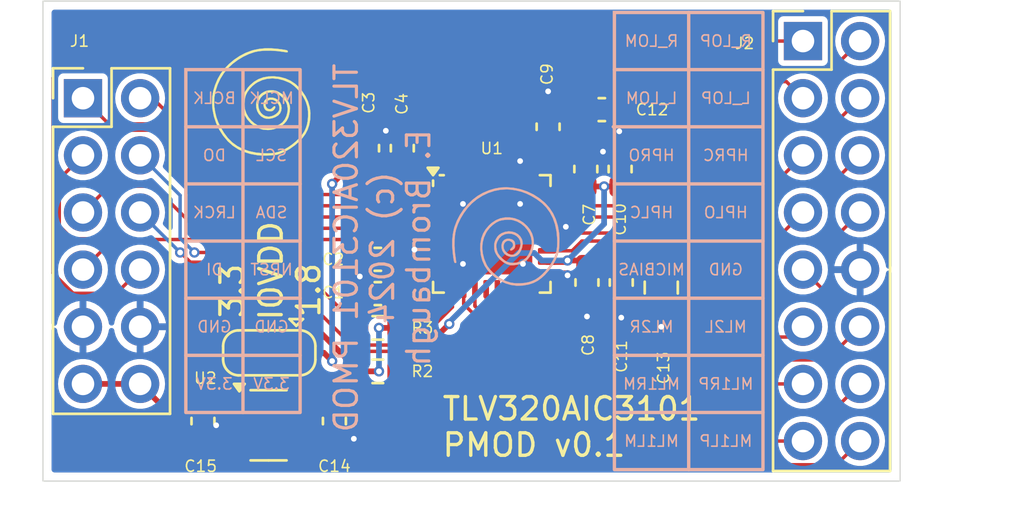
<source format=kicad_pcb>
(kicad_pcb (version 20240108) (generator "pcbnew") (generator_version "8.0")
  (layers (0 "F.Cu" signal) (31 "B.Cu" signal) (34 "B.Paste" user) (35 "F.Paste" user) (36 "B.SilkS" user "B.Silkscreen") (37 "F.SilkS" user "F.Silkscreen") (38 "B.Mask" user) (39 "F.Mask" user) (44 "Edge.Cuts" user))
  (net 0 "")
  (net 1 "GND")
  (net 2 "+1V8")
  (net 3 "+3V3")
  (net 4 "/I2S_BCLK")
  (net 5 "/I2S_MCLK")
  (net 6 "/I2S_DO")
  (net 7 "/SCL")
  (net 8 "/I2S_LRCK")
  (net 9 "/SDA")
  (net 10 "/I2S_DI")
  (net 11 "/NRST")
  (net 12 "/L_LOP")
  (net 13 "/L_LOM")
  (net 14 "/R_LOP")
  (net 15 "/R_LOM")
  (net 16 "/HPROUT")
  (net 17 "/HPRCOM")
  (net 18 "/HPLCOM")
  (net 19 "/HPLOUT")
  (net 20 "/MBIAS")
  (net 21 "/ML2R")
  (net 22 "/ML2L")
  (net 23 "/ML1RM")
  (net 24 "/ML1RP")
  (net 25 "/ML1LM")
  (net 26 "/ML1LP")
  (net 28 "/IOVDD")
  (footprint "Resistor_SMD:R_0603_1608Metric" (layer "F.Cu") (at 116.4844 116.1288)
    (property "Reference" "R3" (at 1.9812 0 0) (layer "F.SilkS") (effects (font (size 0.5 0.5) (thickness 0.07))))
    (property "Value" "4k7")
    (pad "1" smd roundrect (at -0.825 0) (size 0.8 0.95) (layers "F.Cu" "F.Paste" "F.Mask") (net 7 "/SCL"))
    (pad "2" smd roundrect (at 0.825 0) (size 0.8 0.95) (layers "F.Cu" "F.Paste" "F.Mask") (net 28 "/IOVDD"))
  )
  (footprint "footprints:avatar_small" (layer "F.Cu") (at 112.268 107.0356)
    (property "Reference" "Ref**" (hide yes))
    (property "Value" "Val**" (hide yes))
  )
  (footprint "Capacitor_SMD:C_0603_1608Metric" (layer "F.Cu") (at 127.254 109.0676 90)
    (property "Reference" "C10" (at -2.2352 0 90) (layer "F.SilkS") (effects (font (size 0.5 0.5) (thickness 0.07))))
    (property "Value" "1uf")
    (pad "1" smd roundrect (at -0.775 0 90) (size 0.9 0.95) (layers "F.Cu" "F.Paste" "F.Mask") (net 3 "+3V3"))
    (pad "2" smd roundrect (at 0.775 0 90) (size 0.9 0.95) (layers "F.Cu" "F.Paste" "F.Mask") (net 1 "GND"))
  )
  (footprint "Capacitor_SMD:C_0603_1608Metric" (layer "F.Cu") (at 125.73 109.0676 90)
    (property "Reference" "C7" (at -2.032 0.1524 90) (layer "F.SilkS") (effects (font (size 0.5 0.5) (thickness 0.07))))
    (property "Value" "0.1uf")
    (pad "1" smd roundrect (at -0.775 0 90) (size 0.9 0.95) (layers "F.Cu" "F.Paste" "F.Mask") (net 3 "+3V3"))
    (pad "2" smd roundrect (at 0.775 0 90) (size 0.9 0.95) (layers "F.Cu" "F.Paste" "F.Mask") (net 1 "GND"))
  )
  (footprint "Capacitor_SMD:C_0603_1608Metric" (layer "F.Cu") (at 125.7808 114.1098 -90)
    (property "Reference" "C8" (at 2.781 -0.0508 90) (layer "F.SilkS") (effects (font (size 0.5 0.5) (thickness 0.07))))
    (property "Value" "0.1uf")
    (pad "1" smd roundrect (at -0.775 0 270) (size 0.9 0.95) (layers "F.Cu" "F.Paste" "F.Mask") (net 3 "+3V3"))
    (pad "2" smd roundrect (at 0.775 0 270) (size 0.9 0.95) (layers "F.Cu" "F.Paste" "F.Mask") (net 1 "GND"))
  )
  (footprint "Capacitor_SMD:C_0603_1608Metric" (layer "F.Cu") (at 126.4412 106.426)
    (property "Reference" "C12" (at 2.2352 0 0) (layer "F.SilkS") (effects (font (size 0.5 0.5) (thickness 0.07))))
    (property "Value" "1uf")
    (pad "1" smd roundrect (at -0.775 0) (size 0.9 0.95) (layers "F.Cu" "F.Paste" "F.Mask") (net 3 "+3V3"))
    (pad "2" smd roundrect (at 0.775 0) (size 0.9 0.95) (layers "F.Cu" "F.Paste" "F.Mask") (net 1 "GND"))
  )
  (footprint "Connector_PinHeader_2.54mm:PinHeader_2x08_P2.54mm_Vertical" (layer "F.Cu") (at 135.382 103.378)
    (property "Reference" "J2" (at -2.5908 0.1016 0) (layer "F.SilkS") (effects (font (size 0.5 0.5) (thickness 0.07))))
    (property "Value" "Conn_02x08_Odd_Even")
    (pad "1" thru_hole rect (at 0 0) (size 1.7 1.7) (drill 1) (layers "*.Cu" "*.Mask") (net 15 "/R_LOM"))
    (pad "2" thru_hole oval (at 2.54 0) (size 1.7 1.7) (drill 1) (layers "*.Cu" "*.Mask") (net 14 "/R_LOP"))
    (pad "3" thru_hole oval (at 0 2.54) (size 1.7 1.7) (drill 1) (layers "*.Cu" "*.Mask") (net 13 "/L_LOM"))
    (pad "4" thru_hole oval (at 2.54 2.54) (size 1.7 1.7) (drill 1) (layers "*.Cu" "*.Mask") (net 12 "/L_LOP"))
    (pad "5" thru_hole oval (at 0 5.08) (size 1.7 1.7) (drill 1) (layers "*.Cu" "*.Mask") (net 16 "/HPROUT"))
    (pad "6" thru_hole oval (at 2.54 5.08) (size 1.7 1.7) (drill 1) (layers "*.Cu" "*.Mask") (net 17 "/HPRCOM"))
    (pad "7" thru_hole oval (at 0 7.62) (size 1.7 1.7) (drill 1) (layers "*.Cu" "*.Mask") (net 18 "/HPLCOM"))
    (pad "8" thru_hole oval (at 2.54 7.62) (size 1.7 1.7) (drill 1) (layers "*.Cu" "*.Mask") (net 19 "/HPLOUT"))
    (pad "9" thru_hole oval (at 0 10.16) (size 1.7 1.7) (drill 1) (layers "*.Cu" "*.Mask") (net 20 "/MBIAS"))
    (pad "10" thru_hole oval (at 2.54 10.16) (size 1.7 1.7) (drill 1) (layers "*.Cu" "*.Mask") (net 1 "GND"))
    (pad "11" thru_hole oval (at 0 12.7) (size 1.7 1.7) (drill 1) (layers "*.Cu" "*.Mask") (net 21 "/ML2R"))
    (pad "12" thru_hole oval (at 2.54 12.7) (size 1.7 1.7) (drill 1) (layers "*.Cu" "*.Mask") (net 22 "/ML2L"))
    (pad "13" thru_hole oval (at 0 15.24) (size 1.7 1.7) (drill 1) (layers "*.Cu" "*.Mask") (net 23 "/ML1RM"))
    (pad "14" thru_hole oval (at 2.54 15.24) (size 1.7 1.7) (drill 1) (layers "*.Cu" "*.Mask") (net 24 "/ML1RP"))
    (pad "15" thru_hole oval (at 0 17.78) (size 1.7 1.7) (drill 1) (layers "*.Cu" "*.Mask") (net 25 "/ML1LM"))
    (pad "16" thru_hole oval (at 2.54 17.78) (size 1.7 1.7) (drill 1) (layers "*.Cu" "*.Mask") (net 26 "/ML1LP"))
  )
  (footprint "Capacitor_SMD:C_0603_1608Metric" (layer "F.Cu") (at 114.554 120.269 -90)
    (property "Reference" "C14" (at 2.0066 0 180) (layer "F.SilkS") (effects (font (size 0.5 0.5) (thickness 0.07))))
    (property "Value" "1uf")
    (pad "1" smd roundrect (at -0.775 0 270) (size 0.9 0.95) (layers "F.Cu" "F.Paste" "F.Mask") (net 2 "+1V8"))
    (pad "2" smd roundrect (at 0.775 0 270) (size 0.9 0.95) (layers "F.Cu" "F.Paste" "F.Mask") (net 1 "GND"))
  )
  (footprint "Capacitor_SMD:C_0603_1608Metric" (layer "F.Cu") (at 124.0536 107.188 90)
    (property "Reference" "C9" (at 2.3368 -0.0508 90) (layer "F.SilkS") (effects (font (size 0.5 0.5) (thickness 0.07))))
    (property "Value" "0.1uf")
    (pad "1" smd roundrect (at -0.775 0 90) (size 0.9 0.95) (layers "F.Cu" "F.Paste" "F.Mask") (net 3 "+3V3"))
    (pad "2" smd roundrect (at 0.775 0 90) (size 0.9 0.95) (layers "F.Cu" "F.Paste" "F.Mask") (net 1 "GND"))
  )
  (footprint "Package_TO_SOT_SMD:SOT-23-5" (layer "F.Cu") (at 111.6275 120.457)
    (property "Reference" "U2" (at -2.8139 -2.093 180) (layer "F.SilkS") (effects (font (size 0.5 0.5) (thickness 0.07))))
    (property "Value" "MIC5504-1.8YM5")
    (pad "1" smd roundrect (at -1.1375 -0.95) (size 1.325 0.6) (layers "F.Cu" "F.Paste" "F.Mask") (net 3 "+3V3"))
    (pad "2" smd roundrect (at -1.1375 0) (size 1.325 0.6) (layers "F.Cu" "F.Paste" "F.Mask") (net 1 "GND"))
    (pad "3" smd roundrect (at -1.1375 0.95) (size 1.325 0.6) (layers "F.Cu" "F.Paste" "F.Mask") (net 3 "+3V3"))
    (pad "4" smd roundrect (at 1.1375 0.95) (size 1.325 0.6) (layers "F.Cu" "F.Paste" "F.Mask"))
    (pad "5" smd roundrect (at 1.1375 -0.95) (size 1.325 0.6) (layers "F.Cu" "F.Paste" "F.Mask") (net 2 "+1V8"))
  )
  (footprint "Capacitor_SMD:C_0603_1608Metric" (layer "F.Cu") (at 116.4844 114.6048 180)
    (property "Reference" "C1" (at 1.9812 0.0508 0) (layer "F.SilkS") (effects (font (size 0.5 0.5) (thickness 0.07))))
    (property "Value" "1uf")
    (pad "1" smd roundrect (at -0.775 0 180) (size 0.9 0.95) (layers "F.Cu" "F.Paste" "F.Mask") (net 28 "/IOVDD"))
    (pad "2" smd roundrect (at 0.775 0 180) (size 0.9 0.95) (layers "F.Cu" "F.Paste" "F.Mask") (net 1 "GND"))
  )
  (footprint "Connector_PinHeader_2.54mm:PinHeader_2x06_P2.54mm_Vertical" (layer "F.Cu") (at 103.378 105.918)
    (property "Reference" "J1" (at -0.1524 -2.54 0) (layer "F.SilkS") (effects (font (size 0.5 0.5) (thickness 0.07))))
    (property "Value" "CONN_02X06")
    (pad "1" thru_hole rect (at 0 0) (size 1.7 1.7) (drill 1) (layers "*.Cu" "*.Mask") (net 4 "/I2S_BCLK"))
    (pad "2" thru_hole oval (at 2.54 0) (size 1.7 1.7) (drill 1) (layers "*.Cu" "*.Mask") (net 5 "/I2S_MCLK"))
    (pad "3" thru_hole oval (at 0 2.54) (size 1.7 1.7) (drill 1) (layers "*.Cu" "*.Mask") (net 6 "/I2S_DO"))
    (pad "4" thru_hole oval (at 2.54 2.54) (size 1.7 1.7) (drill 1) (layers "*.Cu" "*.Mask") (net 7 "/SCL"))
    (pad "5" thru_hole oval (at 0 5.08) (size 1.7 1.7) (drill 1) (layers "*.Cu" "*.Mask") (net 8 "/I2S_LRCK"))
    (pad "6" thru_hole oval (at 2.54 5.08) (size 1.7 1.7) (drill 1) (layers "*.Cu" "*.Mask") (net 9 "/SDA"))
    (pad "7" thru_hole oval (at 0 7.62) (size 1.7 1.7) (drill 1) (layers "*.Cu" "*.Mask") (net 10 "/I2S_DI"))
    (pad "8" thru_hole oval (at 2.54 7.62) (size 1.7 1.7) (drill 1) (layers "*.Cu" "*.Mask") (net 11 "/NRST"))
    (pad "9" thru_hole oval (at 0 10.16) (size 1.7 1.7) (drill 1) (layers "*.Cu" "*.Mask") (net 1 "GND"))
    (pad "10" thru_hole oval (at 2.54 10.16) (size 1.7 1.7) (drill 1) (layers "*.Cu" "*.Mask") (net 1 "GND"))
    (pad "11" thru_hole oval (at 0 12.7) (size 1.7 1.7) (drill 1) (layers "*.Cu" "*.Mask") (net 3 "+3V3"))
    (pad "12" thru_hole oval (at 2.54 12.7) (size 1.7 1.7) (drill 1) (layers "*.Cu" "*.Mask") (net 3 "+3V3"))
  )
  (footprint "Package_DFN_QFN:QFN-32-1EP_5x5mm_P0.5mm_EP3.6x3.6mm" (layer "F.Cu") (at 121.55 111.95)
    (property "Reference" "U1" (at 0 -3.8 0) (layer "F.SilkS") (effects (font (size 0.5 0.5) (thickness 0.07))))
    (property "Value" "~")
    (pad "1" smd roundrect (at -2.45 -1.75) (size 0.8 0.25) (layers "F.Cu" "F.Paste" "F.Mask") (net 5 "/I2S_MCLK"))
    (pad "2" smd roundrect (at -2.45 -1.25) (size 0.8 0.25) (layers "F.Cu" "F.Paste" "F.Mask") (net 4 "/I2S_BCLK"))
    (pad "3" smd roundrect (at -2.45 -0.75) (size 0.8 0.25) (layers "F.Cu" "F.Paste" "F.Mask") (net 8 "/I2S_LRCK"))
    (pad "4" smd roundrect (at -2.45 -0.25) (size 0.8 0.25) (layers "F.Cu" "F.Paste" "F.Mask") (net 6 "/I2S_DO"))
    (pad "5" smd roundrect (at -2.45 0.25) (size 0.8 0.25) (layers "F.Cu" "F.Paste" "F.Mask") (net 10 "/I2S_DI"))
    (pad "6" smd roundrect (at -2.45 0.75) (size 0.8 0.25) (layers "F.Cu" "F.Paste" "F.Mask") (net 1 "GND"))
    (pad "7" smd roundrect (at -2.45 1.25) (size 0.8 0.25) (layers "F.Cu" "F.Paste" "F.Mask") (net 28 "/IOVDD"))
    (pad "8" smd roundrect (at -2.45 1.75) (size 0.8 0.25) (layers "F.Cu" "F.Paste" "F.Mask") (net 7 "/SCL"))
    (pad "9" smd roundrect (at -1.75 2.45) (size 0.25 0.8) (layers "F.Cu" "F.Paste" "F.Mask") (net 9 "/SDA"))
    (pad "10" smd roundrect (at -1.25 2.45) (size 0.25 0.8) (layers "F.Cu" "F.Paste" "F.Mask") (net 26 "/ML1LP"))
    (pad "11" smd roundrect (at -0.75 2.45) (size 0.25 0.8) (layers "F.Cu" "F.Paste" "F.Mask") (net 25 "/ML1LM"))
    (pad "12" smd roundrect (at -0.25 2.45) (size 0.25 0.8) (layers "F.Cu" "F.Paste" "F.Mask") (net 24 "/ML1RP"))
    (pad "13" smd roundrect (at 0.25 2.45) (size 0.25 0.8) (layers "F.Cu" "F.Paste" "F.Mask") (net 23 "/ML1RM"))
    (pad "14" smd roundrect (at 0.75 2.45) (size 0.25 0.8) (layers "F.Cu" "F.Paste" "F.Mask") (net 22 "/ML2L"))
    (pad "15" smd roundrect (at 1.25 2.45) (size 0.25 0.8) (layers "F.Cu" "F.Paste" "F.Mask") (net 20 "/MBIAS"))
    (pad "16" smd roundrect (at 1.75 2.45) (size 0.25 0.8) (layers "F.Cu" "F.Paste" "F.Mask") (net 21 "/ML2R"))
    (pad "17" smd roundrect (at 2.45 1.75) (size 0.8 0.25) (layers "F.Cu" "F.Paste" "F.Mask") (net 1 "GND"))
    (pad "18" smd roundrect (at 2.45 1.25) (size 0.8 0.25) (layers "F.Cu" "F.Paste" "F.Mask") (net 3 "+3V3"))
    (pad "19" smd roundrect (at 2.45 0.75) (size 0.8 0.25) (layers "F.Cu" "F.Paste" "F.Mask") (net 19 "/HPLOUT"))
    (pad "20" smd roundrect (at 2.45 0.25) (size 0.8 0.25) (layers "F.Cu" "F.Paste" "F.Mask") (net 18 "/HPLCOM"))
    (pad "21" smd roundrect (at 2.45 -0.25) (size 0.8 0.25) (layers "F.Cu" "F.Paste" "F.Mask") (net 1 "GND"))
    (pad "22" smd roundrect (at 2.45 -0.75) (size 0.8 0.25) (layers "F.Cu" "F.Paste" "F.Mask") (net 17 "/HPRCOM"))
    (pad "23" smd roundrect (at 2.45 -1.25) (size 0.8 0.25) (layers "F.Cu" "F.Paste" "F.Mask") (net 16 "/HPROUT"))
    (pad "24" smd roundrect (at 2.45 -1.75) (size 0.8 0.25) (layers "F.Cu" "F.Paste" "F.Mask") (net 3 "+3V3"))
    (pad "25" smd roundrect (at 1.75 -2.45) (size 0.25 0.8) (layers "F.Cu" "F.Paste" "F.Mask") (net 3 "+3V3"))
    (pad "26" smd roundrect (at 1.25 -2.45) (size 0.25 0.8) (layers "F.Cu" "F.Paste" "F.Mask") (net 1 "GND"))
    (pad "27" smd roundrect (at 0.75 -2.45) (size 0.25 0.8) (layers "F.Cu" "F.Paste" "F.Mask") (net 12 "/L_LOP"))
    (pad "28" smd roundrect (at 0.25 -2.45) (size 0.25 0.8) (layers "F.Cu" "F.Paste" "F.Mask") (net 13 "/L_LOM"))
    (pad "29" smd roundrect (at -0.25 -2.45) (size 0.25 0.8) (layers "F.Cu" "F.Paste" "F.Mask") (net 14 "/R_LOP"))
    (pad "30" smd roundrect (at -0.75 -2.45) (size 0.25 0.8) (layers "F.Cu" "F.Paste" "F.Mask") (net 15 "/R_LOM"))
    (pad "31" smd roundrect (at -1.25 -2.45) (size 0.25 0.8) (layers "F.Cu" "F.Paste" "F.Mask") (net 11 "/NRST"))
    (pad "32" smd roundrect (at -1.75 -2.45) (size 0.25 0.8) (layers "F.Cu" "F.Paste" "F.Mask") (net 2 "+1V8"))
    (pad "33" smd rect (at 0 0) (size 3.6 3.6) (property pad_prop_heatsink) (layers "F.Cu" "F.Mask") (net 1 "GND"))
  )
  (footprint "Jumper:SolderJumper-3_P1.3mm_Open_RoundedPad1.0x1.5mm" (layer "F.Cu") (at 111.6584 117.2365 180)
    (property "Reference" "JP1" (hide yes))
    (property "Value" "IOVDD_Select")
    (pad "1" smd custom (at -1.3 0 180) (size 1 0.5) (layers "F.Cu" "F.Mask") (net 2 "+1V8") (options (clearance outline) (anchor rect)) (primitives (gr_circle (center 0 0.25) (end 0.5 0.25) (width 0) (fill yes)) (gr_circle (center 0 -0.25) (end 0.5 -0.25) (width 0) (fill yes)) (gr_poly (pts (xy 0.55 0.75) (xy 0 0.75) (xy 0 -0.75) (xy 0.55 -0.75)) (width 0) (fill yes))))
    (pad "2" smd rect (at 0 0 180) (size 1 1.5) (layers "F.Cu" "F.Mask") (net 28 "/IOVDD"))
    (pad "3" smd custom (at 1.3 0 180) (size 1 0.5) (layers "F.Cu" "F.Mask") (net 3 "+3V3") (options (clearance outline) (anchor rect)) (primitives (gr_circle (center 0 0.25) (end 0.5 0.25) (width 0) (fill yes)) (gr_circle (center 0 -0.25) (end 0.5 -0.25) (width 0) (fill yes)) (gr_poly (pts (xy 0 0.75) (xy -0.55 0.75) (xy -0.55 -0.75) (xy 0 -0.75)) (width 0) (fill yes))))
  )
  (footprint "Capacitor_SMD:C_0603_1608Metric" (layer "F.Cu") (at 117.572 108.1402 90)
    (property "Reference" "C4" (at 1.9682 -0.0208 90) (layer "F.SilkS") (effects (font (size 0.5 0.5) (thickness 0.07))))
    (property "Value" "0.1uf")
    (pad "1" smd roundrect (at -0.775 0 90) (size 0.9 0.95) (layers "F.Cu" "F.Paste" "F.Mask") (net 2 "+1V8"))
    (pad "2" smd roundrect (at 0.775 0 90) (size 0.9 0.95) (layers "F.Cu" "F.Paste" "F.Mask") (net 1 "GND"))
  )
  (footprint "Capacitor_SMD:C_0603_1608Metric" (layer "F.Cu") (at 127.3048 114.1098 -90)
    (property "Reference" "C11" (at 3.289 0 90) (layer "F.SilkS") (effects (font (size 0.5 0.5) (thickness 0.07))))
    (property "Value" "1uf")
    (pad "1" smd roundrect (at -0.775 0 270) (size 0.9 0.95) (layers "F.Cu" "F.Paste" "F.Mask") (net 3 "+3V3"))
    (pad "2" smd roundrect (at 0.775 0 270) (size 0.9 0.95) (layers "F.Cu" "F.Paste" "F.Mask") (net 1 "GND"))
  )
  (footprint "Capacitor_SMD:C_0603_1608Metric" (layer "F.Cu") (at 108.712 120.269 -90)
    (property "Reference" "C15" (at 2.0066 0.1016 180) (layer "F.SilkS") (effects (font (size 0.5 0.5) (thickness 0.07))))
    (property "Value" "1uf")
    (pad "1" smd roundrect (at -0.775 0 270) (size 0.9 0.95) (layers "F.Cu" "F.Paste" "F.Mask") (net 3 "+3V3"))
    (pad "2" smd roundrect (at 0.775 0 270) (size 0.9 0.95) (layers "F.Cu" "F.Paste" "F.Mask") (net 1 "GND"))
  )
  (footprint "Capacitor_SMD:C_0603_1608Metric" (layer "F.Cu") (at 116.0272 108.1402 90)
    (property "Reference" "C3" (at 2.019 0.0508 90) (layer "F.SilkS") (effects (font (size 0.5 0.5) (thickness 0.07))))
    (property "Value" "1uf")
    (pad "1" smd roundrect (at -0.775 0 90) (size 0.9 0.95) (layers "F.Cu" "F.Paste" "F.Mask") (net 2 "+1V8"))
    (pad "2" smd roundrect (at 0.775 0 90) (size 0.9 0.95) (layers "F.Cu" "F.Paste" "F.Mask") (net 1 "GND"))
  )
  (footprint "Capacitor_SMD:C_0603_1608Metric" (layer "F.Cu") (at 116.4844 113.0808 180)
    (property "Reference" "C2" (at 1.9812 0 0) (layer "F.SilkS") (effects (font (size 0.5 0.5) (thickness 0.07))))
    (property "Value" "0.1uf")
    (pad "1" smd roundrect (at -0.775 0 180) (size 0.9 0.95) (layers "F.Cu" "F.Paste" "F.Mask") (net 28 "/IOVDD"))
    (pad "2" smd roundrect (at 0.775 0 180) (size 0.9 0.95) (layers "F.Cu" "F.Paste" "F.Mask") (net 1 "GND"))
  )
  (footprint "Capacitor_SMD:C_0805_2012Metric" (layer "F.Cu") (at 129.0828 114.3356 -90)
    (property "Reference" "C13" (at 3.5712 -0.1016 90) (layer "F.SilkS") (effects (font (size 0.5 0.5) (thickness 0.07))))
    (property "Value" "10uf")
    (pad "1" smd roundrect (at -0.95 0 270) (size 1 1.45) (layers "F.Cu" "F.Paste" "F.Mask") (net 3 "+3V3"))
    (pad "2" smd roundrect (at 0.95 0 270) (size 1 1.45) (layers "F.Cu" "F.Paste" "F.Mask") (net 1 "GND"))
  )
  (footprint "Resistor_SMD:R_0603_1608Metric" (layer "F.Cu") (at 116.4844 118.0592 180)
    (property "Reference" "R2" (at -1.9812 0 0) (layer "F.SilkS") (effects (font (size 0.5 0.5) (thickness 0.07))))
    (property "Value" "4k7")
    (pad "1" smd roundrect (at -0.825 0 180) (size 0.8 0.95) (layers "F.Cu" "F.Paste" "F.Mask") (net 9 "/SDA"))
    (pad "2" smd roundrect (at 0.825 0 180) (size 0.8 0.95) (layers "F.Cu" "F.Paste" "F.Mask") (net 28 "/IOVDD"))
  )
  (footprint "footprints:avatar_small" (layer "B.Cu") (at 123.125757 113.030972 -90)
    (property "Reference" "Ref**" (hide yes))
    (property "Value" "Val**" (hide yes))
  )
  (gr_line (start 113.03 117.348) (end 107.95 117.348) (stroke (width 0.15)) (layer "B.SilkS"))
  (gr_line (start 110.49 104.648) (end 110.49 119.888) (stroke (width 0.15)) (layer "B.SilkS"))
  (gr_line (start 133.604 109.728) (end 127 109.728) (stroke (width 0.15)) (layer "B.SilkS"))
  (gr_line (start 113.03 112.268) (end 107.95 112.268) (stroke (width 0.15)) (layer "B.SilkS"))
  (gr_line (start 133.604 119.888) (end 127 119.888) (stroke (width 0.15)) (layer "B.SilkS"))
  (gr_line (start 133.604 117.348) (end 127 117.348) (stroke (width 0.15)) (layer "B.SilkS"))
  (gr_line (start 133.604 114.808) (end 127 114.808) (stroke (width 0.15)) (layer "B.SilkS"))
  (gr_line (start 113.03 109.728) (end 107.95 109.728) (stroke (width 0.15)) (layer "B.SilkS"))
  (gr_line (start 113.03 107.188) (end 107.95 107.188) (stroke (width 0.15)) (layer "B.SilkS"))
  (gr_rect (start 107.95 104.648) (end 113.03 119.888) (stroke (width 0.15)) (fill none) (layer "B.SilkS"))
  (gr_line (start 133.5532 107.188) (end 126.9492 107.188) (stroke (width 0.15)) (layer "B.SilkS"))
  (gr_line (start 130.302 102.108) (end 130.302 122.428) (stroke (width 0.15)) (layer "B.SilkS"))
  (gr_rect (start 127 102.108) (end 133.604 122.428) (stroke (width 0.15)) (fill none) (layer "B.SilkS"))
  (gr_line (start 113.03 114.808) (end 107.95 114.808) (stroke (width 0.15)) (layer "B.SilkS"))
  (gr_line (start 133.604 104.648) (end 127 104.648) (stroke (width 0.15)) (layer "B.SilkS"))
  (gr_line (start 133.604 112.268) (end 127 112.268) (stroke (width 0.15)) (layer "B.SilkS"))
  (gr_rect (start 101.6 101.6) (end 139.7 122.936) (stroke (width 0.05)) (fill none) (layer "Edge.Cuts"))
  (gr_text "L_LOP" (at 131.953 105.918 0) (layer "B.SilkS") (effects (font (size 0.5 0.5) (thickness 0.07)) (justify mirror)))
  (gr_text "ML2L" (at 131.953 116.078 0) (layer "B.SilkS") (effects (font (size 0.5 0.5) (thickness 0.07)) (justify mirror)))
  (gr_text "GND" (at 111.76 116.078 0) (layer "B.SilkS") (effects (font (size 0.5 0.5) (thickness 0.07)) (justify mirror)))
  (gr_text "L_LOM" (at 128.651 105.918 0) (layer "B.SilkS") (effects (font (size 0.5 0.5) (thickness 0.07)) (justify mirror)))
  (gr_text "NRST" (at 111.76 113.538 0) (layer "B.SilkS") (effects (font (size 0.5 0.5) (thickness 0.07)) (justify mirror)))
  (gr_text "BCLK" (at 109.22 105.918 0) (layer "B.SilkS") (effects (font (size 0.5 0.5) (thickness 0.07)) (justify mirror)))
  (gr_text "3.3V" (at 109.22 118.618 0) (layer "B.SilkS") (effects (font (size 0.5 0.5) (thickness 0.07)) (justify mirror)))
  (gr_text "SDA" (at 111.76 110.998 0) (layer "B.SilkS") (effects (font (size 0.5 0.5) (thickness 0.07)) (justify mirror)))
  (gr_text "GND" (at 131.953 113.538 0) (layer "B.SilkS") (effects (font (size 0.5 0.5) (thickness 0.07)) (justify mirror)))
  (gr_text "HPRC" (at 131.953 108.458 0) (layer "B.SilkS") (effects (font (size 0.5 0.5) (thickness 0.07)) (justify mirror)))
  (gr_text "MCLK" (at 111.76 105.918 0) (layer "B.SilkS") (effects (font (size 0.5 0.5) (thickness 0.07)) (justify mirror)))
  (gr_text "HPRO" (at 128.651 108.458 0) (layer "B.SilkS") (effects (font (size 0.5 0.5) (thickness 0.07)) (justify mirror)))
  (gr_text "TLV320AIC3101 PMOD\n(c) 2024\nE. Brombaugh" (at 116.6876 112.5728 90) (layer "B.SilkS") (effects (font (size 0.999998 0.999998) (thickness 0.1397)) (justify mirror)))
  (gr_text "ML1LM" (at 128.651 121.158 0) (layer "B.SilkS") (effects (font (size 0.5 0.5) (thickness 0.07)) (justify mirror)))
  (gr_text "R_LOM" (at 128.651 103.378 0) (layer "B.SilkS") (effects (font (size 0.5 0.5) (thickness 0.07)) (justify mirror)))
  (gr_text "HPLO" (at 131.953 110.998 0) (layer "B.SilkS") (effects (font (size 0.5 0.5) (thickness 0.07)) (justify mirror)))
  (gr_text "DO" (at 109.22 108.458 0) (layer "B.SilkS") (effects (font (size 0.5 0.5) (thickness 0.07)) (justify mirror)))
  (gr_text "ML1RM" (at 128.651 118.618 0) (layer "B.SilkS") (effects (font (size 0.5 0.5) (thickness 0.07)) (justify mirror)))
  (gr_text "ML1RP" (at 131.953 118.618 0) (layer "B.SilkS") (effects (font (size 0.5 0.5) (thickness 0.07)) (justify mirror)))
  (gr_text "MICBIAS" (at 128.651 113.538 0) (layer "B.SilkS") (effects (font (size 0.5 0.5) (thickness 0.07)) (justify mirror)))
  (gr_text "3.3V" (at 111.76 118.618 0) (layer "B.SilkS") (effects (font (size 0.5 0.5) (thickness 0.07)) (justify mirror)))
  (gr_text "HPLC" (at 128.651 110.998 0) (layer "B.SilkS") (effects (font (size 0.5 0.5) (thickness 0.07)) (justify mirror)))
  (gr_text "DI" (at 109.22 113.538 0) (layer "B.SilkS") (effects (font (size 0.5 0.5) (thickness 0.07)) (justify mirror)))
  (gr_text "GND" (at 109.22 116.078 0) (layer "B.SilkS") (effects (font (size 0.5 0.5) (thickness 0.07)) (justify mirror)))
  (gr_text "SCL" (at 111.76 108.458 0) (layer "B.SilkS") (effects (font (size 0.5 0.5) (thickness 0.07)) (justify mirror)))
  (gr_text "LRCK" (at 109.22 110.998 0) (layer "B.SilkS") (effects (font (size 0.5 0.5) (thickness 0.07)) (justify mirror)))
  (gr_text "ML1LP" (at 131.953 121.158 0) (layer "B.SilkS") (effects (font (size 0.5 0.5) (thickness 0.07)) (justify mirror)))
  (gr_text "R_LOP" (at 131.953 103.378 0) (layer "B.SilkS") (effects (font (size 0.5 0.5) (thickness 0.07)) (justify mirror)))
  (gr_text "ML2R" (at 128.651 116.078 0) (layer "B.SilkS") (effects (font (size 0.5 0.5) (thickness 0.07)) (justify mirror)))
  (gr_text "IOVDD" (at 112.3188 115.8748 90) (layer "F.SilkS") (effects (font (size 1 1)) (justify left bottom)))
  (gr_text "1.8" (at 113.9952 115.7365 90) (layer "F.SilkS") (effects (font (size 1 1)) (justify left bottom)))
  (gr_text "TLV320AIC3101\nPMOD v0.1" (at 119.2784 121.92 0) (layer "F.SilkS") (effects (font (size 1 1)) (justify left bottom)))
  (gr_text "3.3" (at 110.5916 115.7732 90) (layer "F.SilkS") (effects (font (size 1 1)) (justify left bottom)))
  (segment (start 114.554 121.044) (end 115.4052 121.044) (width 0.254) (layer "F.Cu") (net 1))
  (segment (start 116.0272 107.3652) (end 117.572 107.3652) (width 0.254) (layer "F.Cu") (net 1))
  (segment (start 122.8 109.5) (end 122.8 108.721) (width 0.254) (layer "F.Cu") (net 1))
  (segment (start 127.254 106.4638) (end 127.2162 106.426) (width 0.254) (layer "F.Cu") (net 1))
  (segment (start 119.1 112.7) (end 118.161 112.7) (width 0.254) (layer "F.Cu") (net 1))
  (segment (start 118.161 112.7) (end 118.11 112.649) (width 0.254) (layer "F.Cu") (net 1))
  (segment (start 109.299 120.457) (end 108.712 121.044) (width 0.254) (layer "F.Cu") (net 1))
  (segment (start 125.73 108.2926) (end 127.254 108.2926) (width 0.254) (layer "F.Cu") (net 1))
  (segment (start 127.2162 108.2548) (end 127.254 108.2926) (width 0.254) (layer "F.Cu") (net 1))
  (segment (start 115.7094 113.0808) (end 115.7094 114.6048) (width 0.254) (layer "F.Cu") (net 1))
  (segment (start 124 111.7) (end 124.774 111.7) (width 0.254) (layer "F.Cu") (net 1))
  (segment (start 124.0536 106.413) (end 124.0536 105.6132) (width 0.254) (layer "F.Cu") (net 1))
  (segment (start 125.7808 114.8848) (end 125.7808 115.6208) (width 0.254) (layer "F.Cu") (net 1))
  (segment (start 110.49 120.457) (end 109.299 120.457) (width 0.254) (layer "F.Cu") (net 1))
  (segment (start 127.2162 106.426) (end 127.2162 108.2548) (width 0.254) (layer "F.Cu") (net 1))
  (segment (start 122.8 108.721) (end 122.809 108.712) (width 0.254) (layer "F.Cu") (net 1))
  (segment (start 124.9172 113.792) (end 124.8252 113.7) (width 0.254) (layer "F.Cu") (net 1))
  (segment (start 129.0828 115.2856) (end 129.0828 116.078) (width 0.254) (layer "F.Cu") (net 1))
  (segment (start 124.8252 113.7) (end 124 113.7) (width 0.254) (layer "F.Cu") (net 1))
  (segment (start 115.4052 121.044) (end 115.4176 121.0564) (width 0.254) (layer "F.Cu") (net 1))
  (segment (start 127.3048 114.8848) (end 127.3048 115.6716) (width 0.254) (layer "F.Cu") (net 1))
  (segment (start 124.774 111.7) (end 124.841 111.633) (width 0.254) (layer "F.Cu") (net 1))
  (via (at 122.936 113.284) (size 0.4572) (drill 0.254) (layers "F.Cu" "B.Cu") (net 1))
  (via (at 120.269 113.284) (size 0.4572) (drill 0.254) (layers "F.Cu" "B.Cu") (net 1))
  (via (at 118.11 112.649) (size 0.4572) (drill 0.254) (layers "F.Cu" "B.Cu") (net 1))
  (via (at 126.492 108.2926) (size 0.4572) (drill 0.254) (layers "F.Cu" "B.Cu") (net 1))
  (via (at 122.809 110.617) (size 0.4572) (drill 0.254) (layers "F.Cu" "B.Cu") (net 1))
  (via (at 122.809 108.712) (size 0.4572) (drill 0.254) (layers "F.Cu" "B.Cu") (net 1))
  (via (at 125.7808 115.6208) (size 0.4572) (drill 0.254) (layers "F.Cu" "B.Cu") (net 1))
  (via (at 129.0828 116.078) (size 0.4572) (drill 0.254) (layers "F.Cu" "B.Cu") (net 1))
  (via (at 115.684 113.8428) (size 0.4572) (drill 0.254) (layers "F.Cu" "B.Cu") (net 1))
  (via (at 120.269 110.617) (size 0.4572) (drill 0.254) (layers "F.Cu" "B.Cu") (net 1))
  (via (at 109.299 120.457) (size 0.4572) (drill 0.254) (layers "F.Cu" "B.Cu") (net 1))
  (via (at 124.0536 105.6132) (size 0.4572) (drill 0.254) (layers "F.Cu" "B.Cu") (net 1))
  (via (at 124.841 111.633) (size 0.4572) (drill 0.254) (layers "F.Cu" "B.Cu") (net 1))
  (via (at 127.2162 107.3912) (size 0.4572) (drill 0.254) (layers "F.Cu" "B.Cu") (net 1))
  (via (at 127.3048 115.6716) (size 0.4572) (drill 0.254) (layers "F.Cu" "B.Cu") (net 1))
  (via (at 115.4176 121.0564) (size 0.4572) (drill 0.254) (layers "F.Cu" "B.Cu") (net 1))
  (via (at 116.84 107.3652) (size 0.4572) (drill 0.254) (layers "F.Cu" "B.Cu") (net 1))
  (via (at 124.9172 113.792) (size 0.4572) (drill 0.254) (layers "F.Cu" "B.Cu") (net 1))
  (segment (start 112.765 117.4299) (end 112.9584 117.2365) (width 0.254) (layer "F.Cu") (net 2))
  (segment (start 114.541 119.507) (end 114.554 119.494) (width 0.254) (layer "F.Cu") (net 2))
  (segment (start 115.2652 108.9152) (end 114.4524 109.728) (width 0.254) (layer "F.Cu") (net 2))
  (segment (start 118.1568 109.5) (end 117.572 108.9152) (width 0.254) (layer "F.Cu") (net 2))
  (segment (start 119.8 109.5) (end 118.1568 109.5) (width 0.254) (layer "F.Cu") (net 2))
  (segment (start 114.0869 117.2365) (end 114.4524 117.602) (width 0.254) (layer "F.Cu") (net 2))
  (segment (start 116.0272 108.9152) (end 115.2652 108.9152) (width 0.254) (layer "F.Cu") (net 2))
  (segment (start 112.765 119.507) (end 112.765 117.4299) (width 0.254) (layer "F.Cu") (net 2))
  (segment (start 112.765 119.507) (end 114.541 119.507) (width 0.254) (layer "F.Cu") (net 2))
  (segment (start 117.572 108.9152) (end 116.0272 108.9152) (width 0.254) (layer "F.Cu") (net 2))
  (segment (start 112.9584 117.2365) (end 114.0869 117.2365) (width 0.254) (layer "F.Cu") (net 2))
  (via (at 114.4524 109.728) (size 0.4572) (drill 0.254) (layers "F.Cu" "B.Cu") (net 2))
  (via (at 114.4524 117.602) (size 0.4572) (drill 0.254) (layers "F.Cu" "B.Cu") (net 2))
  (segment (start 114.4524 117.602) (end 114.4524 109.728) (width 0.254) (layer "B.Cu") (net 2))
  (segment (start 111.044 121.961) (end 110.49 121.407) (width 0.254) (layer "F.Cu") (net 3))
  (segment (start 123.3 109.5) (end 123.3 108.7166) (width 0.254) (layer "F.Cu") (net 3))
  (segment (start 108.712 119.494) (end 110.477 119.494) (width 0.254) (layer "F.Cu") (net 3))
  (segment (start 124 113.2) (end 124.8488 113.2) (width 0.254) (layer "F.Cu") (net 3))
  (segment (start 118.5672 117.044258) (end 118.5672 118.618) (width 0.254) (layer "F.Cu") (net 3))
  (segment (start 124.0536 107.963) (end 124.1292 107.963) (width 0.254) (layer "F.Cu") (net 3))
  (segment (start 124.1292 107.963) (end 125.6662 106.426) (width 0.254) (layer "F.Cu") (net 3))
  (segment (start 125.5776 113.1316) (end 125.7808 113.3348) (width 0.254) (layer "F.Cu") (net 3))
  (segment (start 103.378 118.618) (end 105.918 118.618) (width 0.254) (layer "F.Cu") (net 3))
  (segment (start 125.73 109.8426) (end 125.73 109.6394) (width 0.254) (layer "F.Cu") (net 3))
  (segment (start 119.659929 115.951529) (end 118.5672 117.044258) (width 0.254) (layer "F.Cu") (net 3))
  (segment (start 124.8488 113.2) (end 124.9172 113.1316) (width 0.254) (layer "F.Cu") (net 3))
  (segment (start 111.125 119.507) (end 111.633 120.015) (width 0.254) (layer "F.Cu") (net 3))
  (segment (start 105.918 118.618) (end 106.794 119.494) (width 0.254) (layer "F.Cu") (net 3))
  (segment (start 125.3726 110.2) (end 125.73 109.8426) (width 0.254) (layer "F.Cu") (net 3))
  (segment (start 129.032 113.3348) (end 129.0828 113.3856) (width 0.254) (layer "F.Cu") (net 3))
  (segment (start 106.794 119.494) (end 108.712 119.494) (width 0.254) (layer "F.Cu") (net 3))
  (segment (start 115.2242 121.961) (end 111.044 121.961) (width 0.254) (layer "F.Cu") (net 3))
  (segment (start 110.49 119.507) (end 111.125 119.507) (width 0.254) (layer "F.Cu") (net 3))
  (segment (start 125.73 109.8426) (end 127.254 109.8426) (width 0.254) (layer "F.Cu") (net 3))
  (segment (start 118.5672 118.618) (end 115.2242 121.961) (width 0.254) (layer "F.Cu") (net 3))
  (segment (start 125.73 109.6394) (end 124.0536 107.963) (width 0.254) (layer "F.Cu") (net 3))
  (segment (start 125.7808 113.3348) (end 127.3048 113.3348) (width 0.254) (layer "F.Cu") (net 3))
  (segment (start 111.152499 121.407) (end 110.49 121.407) (width 0.254) (layer "F.Cu") (net 3))
  (segment (start 111.633 120.015) (end 111.633 120.926499) (width 0.254) (layer "F.Cu") (net 3))
  (segment (start 124.9172 113.1316) (end 125.5776 113.1316) (width 0.254) (layer "F.Cu") (net 3))
  (segment (start 110.49 117.3681) (end 110.3584 117.2365) (width 0.254) (layer "F.Cu") (net 3))
  (segment (start 110.49 119.507) (end 110.49 117.3681) (width 0.254) (layer "F.Cu") (net 3))
  (segment (start 123.3 108.7166) (end 124.0536 107.963) (width 0.254) (layer "F.Cu") (net 3))
  (segment (start 110.477 119.494) (end 110.49 119.507) (width 0.254) (layer "F.Cu") (net 3))
  (segment (start 111.633 120.926499) (end 111.152499 121.407) (width 0.254) (layer "F.Cu") (net 3))
  (segment (start 124 110.2) (end 125.3726 110.2) (width 0.254) (layer "F.Cu") (net 3))
  (segment (start 127.3048 113.3348) (end 129.032 113.3348) (width 0.254) (layer "F.Cu") (net 3))
  (via (at 124.9172 113.1316) (size 0.4572) (drill 0.254) (layers "F.Cu" "B.Cu") (net 3))
  (via (at 126.5428 109.8426) (size 0.4572) (drill 0.254) (layers "F.Cu" "B.Cu") (net 3))
  (via (at 119.659929 115.951529) (size 0.4572) (drill 0.254) (layers "F.Cu" "B.Cu") (net 3))
  (segment (start 123.7709 113.1316) (end 124.9172 113.1316) (width 0.254) (layer "B.Cu") (net 3))
  (segment (start 119.659929 115.877571) (end 122.7361 112.8014) (width 0.254) (layer "B.Cu") (net 3))
  (segment (start 123.4407 112.8014) (end 123.7709 113.1316) (width 0.254) (layer "B.Cu") (net 3))
  (segment (start 122.7361 112.8014) (end 123.4407 112.8014) (width 0.254) (layer "B.Cu") (net 3))
  (segment (start 124.9172 113.1316) (end 126.5428 111.506) (width 0.254) (layer "B.Cu") (net 3))
  (segment (start 126.5428 111.506) (end 126.5428 109.8426) (width 0.254) (layer "B.Cu") (net 3))
  (segment (start 119.659929 115.951529) (end 119.659929 115.877571) (width 0.254) (layer "B.Cu") (net 3))
  (segment (start 103.378 105.918) (end 104.521 107.061) (width 0.1524) (layer "F.Cu") (net 4))
  (segment (start 106.9086 107.061) (end 110.5476 110.7) (width 0.1524) (layer "F.Cu") (net 4))
  (segment (start 104.521 107.061) (end 106.9086 107.061) (width 0.1524) (layer "F.Cu") (net 4))
  (segment (start 110.5476 110.7) (end 119.1 110.7) (width 0.1524) (layer "F.Cu") (net 4))
  (segment (start 110.7588 110.2) (end 119.1 110.2) (width 0.1524) (layer "F.Cu") (net 5))
  (segment (start 106.4768 105.918) (end 110.7588 110.2) (width 0.1524) (layer "F.Cu") (net 5))
  (segment (start 105.918 105.918) (end 106.4768 105.918) (width 0.1524) (layer "F.Cu") (net 5))
  (segment (start 103.378 108.458) (end 102.3248 109.5112) (width 0.1524) (layer "F.Cu") (net 6))
  (segment (start 102.8954 112.1664) (end 103.9368 112.1664) (width 0.1524) (layer "F.Cu") (net 6))
  (segment (start 106.5276 109.8296) (end 108.398 111.7) (width 0.1524) (layer "F.Cu") (net 6))
  (segment (start 102.3248 109.5112) (end 102.3248 111.5958) (width 0.1524) (layer "F.Cu") (net 6))
  (segment (start 105.3592 109.8296) (end 106.5276 109.8296) (width 0.1524) (layer "F.Cu") (net 6))
  (segment (start 104.648 111.4552) (end 104.648 110.5408) (width 0.1524) (layer "F.Cu") (net 6))
  (segment (start 103.9368 112.1664) (end 104.648 111.4552) (width 0.1524) (layer "F.Cu") (net 6))
  (segment (start 102.3248 111.5958) (end 102.8954 112.1664) (width 0.1524) (layer "F.Cu") (net 6))
  (segment (start 104.648 110.5408) (end 105.3592 109.8296) (width 0.1524) (layer "F.Cu") (net 6))
  (segment (start 108.398 111.7) (end 119.1 111.7) (width 0.1524) (layer "F.Cu") (net 6))
  (segment (start 115.9256 116.8908) (end 117.7036 116.8908) (width 0.1524) (layer "F.Cu") (net 7))
  (segment (start 108.331 112.776) (end 112.3188 112.776) (width 0.1524) (layer "F.Cu") (net 7))
  (segment (start 115.6594 116.1288) (end 115.6594 116.6114) (width 0.1524) (layer "F.Cu") (net 7))
  (segment (start 112.3188 112.776) (end 115.6594 116.1166) (width 0.1524) (layer "F.Cu") (net 7))
  (segment (start 115.6594 116.6246) (end 115.9256 116.8908) (width 0.1524) (layer "F.Cu") (net 7))
  (segment (start 115.6594 116.1288) (end 115.6594 116.6246) (width 0.1524) (layer "F.Cu") (net 7))
  (segment (start 115.6594 116.1166) (end 115.6594 116.1288) (width 0.1524) (layer "F.Cu") (net 7))
  (segment (start 115.6594 116.6114) (end 115.6716 116.6236) (width 0.1524) (layer "F.Cu") (net 7))
  (segment (start 117.7036 116.8908) (end 119.1 115.4944) (width 0.1524) (layer "F.Cu") (net 7))
  (segment (start 119.1 115.4944) (end 119.1 113.7) (width 0.1524) (layer "F.Cu") (net 7))
  (via (at 108.331 112.776) (size 0.4572) (drill 0.254) (layers "F.Cu" "B.Cu") (net 7))
  (segment (start 107.696 110.236) (end 105.918 108.458) (width 0.1524) (layer "B.Cu") (net 7))
  (segment (start 107.696 112.141) (end 107.696 110.236) (width 0.1524) (layer "B.Cu") (net 7))
  (segment (start 108.331 112.776) (end 107.696 112.141) (width 0.1524) (layer "B.Cu") (net 7))
  (segment (start 104.648 109.728) (end 104.648 107.95) (width 0.1524) (layer "F.Cu") (net 8))
  (segment (start 110.3872 111.2) (end 119.1 111.2) (width 0.1524) (layer "F.Cu") (net 8))
  (segment (start 103.378 110.998) (end 104.648 109.728) (width 0.1524) (layer "F.Cu") (net 8))
  (segment (start 106.5276 107.3404) (end 110.3872 111.2) (width 0.1524) (layer "F.Cu") (net 8))
  (segment (start 104.648 107.95) (end 105.2576 107.3404) (width 0.1524) (layer "F.Cu") (net 8))
  (segment (start 105.2576 107.3404) (end 106.5276 107.3404) (width 0.1524) (layer "F.Cu") (net 8))
  (segment (start 119.8 115.2008) (end 119.8 114.4) (width 0.1524) (layer "F.Cu") (net 9))
  (segment (start 107.8992 112.776) (end 107.8992 112.954858) (width 0.1524) (layer "F.Cu") (net 9))
  (segment (start 107.696 112.776) (end 107.8992 112.776) (width 0.1524) (layer "F.Cu") (net 9))
  (segment (start 108.152142 113.2078) (end 111.633 113.2078) (width 0.1524) (layer "F.Cu") (net 9))
  (segment (start 107.8992 112.954858) (end 108.152142 113.2078) (width 0.1524) (layer "F.Cu") (net 9))
  (segment (start 117.8306 117.1702) (end 119.8 115.2008) (width 0.1524) (layer "F.Cu") (net 9))
  (segment (start 117.3094 118.0592) (end 117.2972 118.047) (width 0.1524) (layer "F.Cu") (net 9))
  (segment (start 115.5954 117.1702) (end 117.8306 117.1702) (width 0.1524) (layer "F.Cu") (net 9))
  (segment (start 111.633 113.2078) (end 115.5954 117.1702) (width 0.1524) (layer "F.Cu") (net 9))
  (segment (start 117.2972 118.047) (end 117.2972 117.1702) (width 0.1524) (layer "F.Cu") (net 9))
  (via (at 107.696 112.776) (size 0.4572) (drill 0.254) (layers "F.Cu" "B.Cu") (net 9))
  (segment (start 107.696 112.776) (end 105.918 110.998) (width 0.1524) (layer "B.Cu") (net 9))
  (segment (start 104.716 112.2) (end 119.1 112.2) (width 0.1524) (layer "F.Cu") (net 10))
  (segment (start 103.378 113.538) (end 104.716 112.2) (width 0.1524) (layer "F.Cu") (net 10))
  (segment (start 102.0454 105.0154) (end 102.0454 113.69485) (width 0.1524) (layer "F.Cu") (net 11))
  (segment (start 120.3 109.0064) (end 115.4336 104.14) (width 0.1524) (layer "F.Cu") (net 11))
  (segment (start 120.3 109.5) (end 120.3 109.0064) (width 0.1524) (layer "F.Cu") (net 11))
  (segment (start 102.0454 113.69485) (end 102.94175 114.5912) (width 0.1524) (layer "F.Cu") (net 11))
  (segment (start 102.94175 114.5912) (end 104.8648 114.5912) (width 0.1524) (layer "F.Cu") (net 11))
  (segment (start 115.4336 104.14) (end 102.9208 104.14) (width 0.1524) (layer "F.Cu") (net 11))
  (segment (start 104.8648 114.5912) (end 105.918 113.538) (width 0.1524) (layer "F.Cu") (net 11))
  (segment (start 102.9208 104.14) (end 102.0454 105.0154) (width 0.1524) (layer "F.Cu") (net 11))
  (segment (start 122.3 109.5) (end 122.3 106.7064) (width 0.1524) (layer "F.Cu") (net 12))
  (segment (start 133.35 107.1372) (end 136.7028 107.1372) (width 0.1524) (layer "F.Cu") (net 12))
  (segment (start 124.232458 105.1814) (end 124.511858 105.4608) (width 0.1524) (layer "F.Cu") (net 12))
  (segment (start 123.825 105.1814) (end 124.232458 105.1814) (width 0.1524) (layer "F.Cu") (net 12))
  (segment (start 136.7028 107.1372) (end 137.922 105.918) (width 0.1524) (layer "F.Cu") (net 12))
  (segment (start 124.511858 105.4608) (end 131.6736 105.4608) (width 0.1524) (layer "F.Cu") (net 12))
  (segment (start 131.6736 105.4608) (end 133.35 107.1372) (width 0.1524) (layer "F.Cu") (net 12))
  (segment (start 122.3 106.7064) (end 123.825 105.1814) (width 0.1524) (layer "F.Cu") (net 12))
  (segment (start 123.709269 104.902) (end 124.34819 104.902) (width 0.1524) (layer "F.Cu") (net 13))
  (segment (start 121.8 109.5) (end 121.8 106.811269) (width 0.1524) (layer "F.Cu") (net 13))
  (segment (start 124.62759 105.1814) (end 134.6454 105.1814) (width 0.1524) (layer "F.Cu") (net 13))
  (segment (start 124.34819 104.902) (end 124.62759 105.1814) (width 0.1524) (layer "F.Cu") (net 13))
  (segment (start 121.8 106.811269) (end 123.709269 104.902) (width 0.1524) (layer "F.Cu") (net 13))
  (segment (start 134.6454 105.1814) (end 135.382 105.918) (width 0.1524) (layer "F.Cu") (net 13))
  (segment (start 123.618937 104.5972) (end 136.7028 104.5972) (width 0.1524) (layer "F.Cu") (net 14))
  (segment (start 121.3 106.916137) (end 123.618937 104.5972) (width 0.1524) (layer "F.Cu") (net 14))
  (segment (start 121.3 109.5) (end 121.3 106.916137) (width 0.1524) (layer "F.Cu") (net 14))
  (segment (start 136.7028 104.5972) (end 137.922 103.378) (width 0.1524) (layer "F.Cu") (net 14))
  (segment (start 120.8 109.5) (end 120.8 107.021006) (width 0.1524) (layer "F.Cu") (net 15))
  (segment (start 124.443006 103.378) (end 135.382 103.378) (width 0.1524) (layer "F.Cu") (net 15))
  (segment (start 120.8 107.021006) (end 124.443006 103.378) (width 0.1524) (layer "F.Cu") (net 15))
  (segment (start 133.14 110.7) (end 135.382 108.458) (width 0.1524) (layer "F.Cu") (net 16))
  (segment (start 124 110.7) (end 133.14 110.7) (width 0.1524) (layer "F.Cu") (net 16))
  (segment (start 124 111.2) (end 133.3512 111.2) (width 0.1524) (layer "F.Cu") (net 17))
  (segment (start 134.8232 109.728) (end 136.652 109.728) (width 0.1524) (layer "F.Cu") (net 17))
  (segment (start 136.652 109.728) (end 137.922 108.458) (width 0.1524) (layer "F.Cu") (net 17))
  (segment (start 133.3512 111.2) (end 134.8232 109.728) (width 0.1524) (layer "F.Cu") (net 17))
  (segment (start 125.436468 111.9124) (end 134.4676 111.9124) (width 0.1524) (layer "F.Cu") (net 18))
  (segment (start 134.4676 111.9124) (end 135.382 110.998) (width 0.1524) (layer "F.Cu") (net 18))
  (segment (start 124 112.2) (end 125.148868 112.2) (width 0.1524) (layer "F.Cu") (net 18))
  (segment (start 125.148868 112.2) (end 125.436468 111.9124) (width 0.1524) (layer "F.Cu") (net 18))
  (segment (start 125.5522 112.268) (end 136.652 112.268) (width 0.1524) (layer "F.Cu") (net 19))
  (segment (start 136.652 112.268) (end 137.922 110.998) (width 0.1524) (layer "F.Cu") (net 19))
  (segment (start 125.1202 112.7) (end 125.5522 112.268) (width 0.1524) (layer "F.Cu") (net 19))
  (segment (start 124 112.7) (end 125.1202 112.7) (width 0.1524) (layer "F.Cu") (net 19))
  (segment (start 122.8 115.18) (end 124.8918 117.2718) (width 0.1524) (layer "F.Cu") (net 20))
  (segment (start 136.7028 116.586) (end 136.7028 114.8588) (width 0.1524) (layer "F.Cu") (net 20))
  (segment (start 122.8 114.4) (end 122.8 115.18) (width 0.1524) (layer "F.Cu") (net 20))
  (segment (start 136.017 117.2718) (end 136.7028 116.586) (width 0.1524) (layer "F.Cu") (net 20))
  (segment (start 136.7028 114.8588) (end 135.382 113.538) (width 0.1524) (layer "F.Cu") (net 20))
  (segment (start 124.8918 117.2718) (end 136.017 117.2718) (width 0.1524) (layer "F.Cu") (net 20))
  (segment (start 124.714 116.5352) (end 123.3 115.1212) (width 0.1524) (layer "F.Cu") (net 21))
  (segment (start 135.382 116.078) (end 134.9248 116.5352) (width 0.1524) (layer "F.Cu") (net 21))
  (segment (start 123.3 115.1212) (end 123.3 114.4) (width 0.1524) (layer "F.Cu") (net 21))
  (segment (start 134.9248 116.5352) (end 124.714 116.5352) (width 0.1524) (layer "F.Cu") (net 21))
  (segment (start 137.922 116.078) (end 136.4488 117.5512) (width 0.1524) (layer "F.Cu") (net 22))
  (segment (start 124.6632 117.5512) (end 122.3 115.188) (width 0.1524) (layer "F.Cu") (net 22))
  (segment (start 122.3 115.188) (end 122.3 114.4) (width 0.1524) (layer "F.Cu") (net 22))
  (segment (start 136.4488 117.5512) (end 124.6632 117.5512) (width 0.1524) (layer "F.Cu") (net 22))
  (segment (start 125.222 118.618) (end 121.8 115.196) (width 0.1524) (layer "F.Cu") (net 23))
  (segment (start 121.8 115.196) (end 121.8 114.4) (width 0.1524) (layer "F.Cu") (net 23))
  (segment (start 135.382 118.618) (end 125.222 118.618) (width 0.1524) (layer "F.Cu") (net 23))
  (segment (start 126.0348 119.888) (end 121.3 115.1532) (width 0.1524) (layer "F.Cu") (net 24))
  (segment (start 136.652 119.888) (end 126.0348 119.888) (width 0.1524) (layer "F.Cu") (net 24))
  (segment (start 137.922 118.618) (end 136.652 119.888) (width 0.1524) (layer "F.Cu") (net 24))
  (segment (start 121.3 115.1532) (end 121.3 114.4) (width 0.1524) (layer "F.Cu") (net 24))
  (segment (start 135.382 121.158) (end 126.7968 121.158) (width 0.1524) (layer "F.Cu") (net 25))
  (segment (start 120.8 115.1104) (end 120.8 114.4) (width 0.1524) (layer "F.Cu") (net 25))
  (segment (start 126.7968 121.158) (end 120.8024 115.1636) (width 0.1524) (layer "F.Cu") (net 25))
  (segment (start 120.8024 115.1128) (end 120.8 115.1104) (width 0.1524) (layer "F.Cu") (net 25))
  (segment (start 120.8024 115.1636) (end 120.8024 115.1128) (width 0.1524) (layer "F.Cu") (net 25))
  (segment (start 120.3 115.0676) (end 120.3 114.4) (width 0.1524) (layer "F.Cu") (net 26))
  (segment (start 127.4436 122.2112) (end 120.3 115.0676) (width 0.1524) (layer "F.Cu") (net 26))
  (segment (start 136.8688 122.2112) (end 127.4436 122.2112) (width 0.1524) (layer "F.Cu") (net 26))
  (segment (start 137.922 121.158) (end 136.8688 122.2112) (width 0.1524) (layer "F.Cu") (net 26))
  (segment (start 117.2594 113.0808) (end 117.2594 114.6048) (width 0.254) (layer "F.Cu") (net 28))
  (segment (start 111.6584 117.2365) (end 111.6584 116.4844) (width 0.254) (layer "F.Cu") (net 28))
  (segment (start 117.3094 116.1288) (end 116.5352 116.1288) (width 0.254) (layer "F.Cu") (net 28))
  (segment (start 111.9632 116.1796) (end 113.7798 116.1796) (width 0.254) (layer "F.Cu") (net 28))
  (segment (start 117.2594 114.6048) (end 117.2594 116.0788) (width 0.254) (layer "F.Cu") (net 28))
  (segment (start 117.3786 113.2) (end 117.2594 113.0808) (width 0.254) (layer "F.Cu") (net 28))
  (segment (start 115.6594 118.0592) (end 116.5352 118.0592) (width 0.254) (layer "F.Cu") (net 28))
  (segment (start 119.1 113.2) (end 117.3786 113.2) (width 0.254) (layer "F.Cu") (net 28))
  (segment (start 117.2594 116.0788) (end 117.3094 116.1288) (width 0.254) (layer "F.Cu") (net 28))
  (segment (start 113.7798 116.1796) (end 115.6594 118.0592) (width 0.254) (layer "F.Cu") (net 28))
  (segment (start 111.6584 116.4844) (end 111.9632 116.1796) (width 0.254) (layer "F.Cu") (net 28))
  (via (at 116.5352 116.1288) (size 0.4572) (drill 0.254) (layers "F.Cu" "B.Cu") (net 28))
  (via (at 116.5352 118.0592) (size 0.4572) (drill 0.254) (layers "F.Cu" "B.Cu") (net 28))
  (segment (start 116.5352 116.1288) (end 116.5352 118.0592) (width 0.254) (layer "B.Cu") (net 28))
  (zone (net 1) (net_name "GND") (layer "B.Cu") (connect_pads (clearance 0.254)) (min_thickness 0.254) (fill yes (thermal_gap 0.3048) (thermal_bridge_width 0.3048))
    (polygon (pts (xy 101.981 101.981) (xy 139.319 101.981) (xy 139.319 122.555) (xy 101.981 122.555)))
  )
)
</source>
